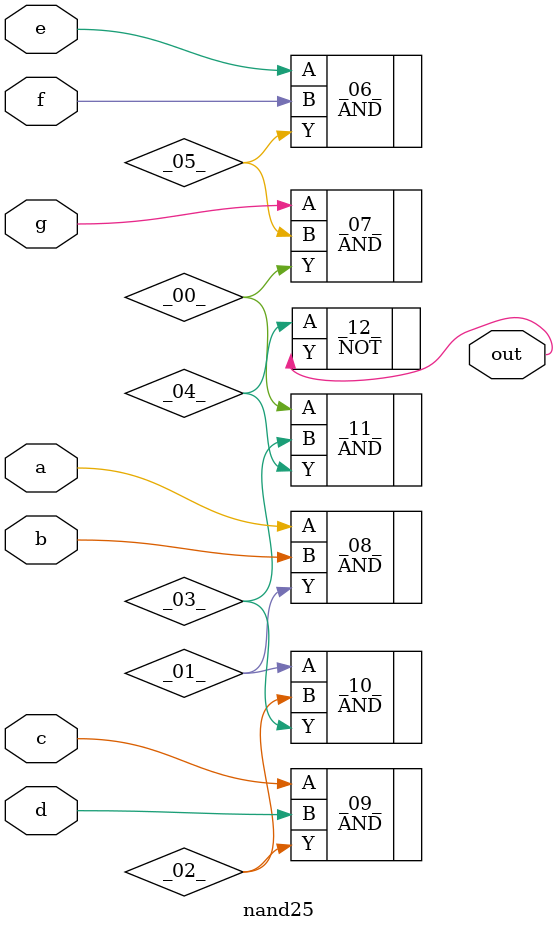
<source format=v>
/* Generated by Yosys 0.41+83 (git sha1 7045cf509, x86_64-w64-mingw32-g++ 13.2.1 -Os) */

/* cells_not_processed =  1  */
/* src = "nand25.v:3.1-16.10" */
module nand25(a, b, c, d, e, f, g, out);
  wire _00_;
  wire _01_;
  wire _02_;
  wire _03_;
  wire _04_;
  wire _05_;
  /* src = "nand25.v:4.9-4.10" */
  input a;
  wire a;
  /* src = "nand25.v:5.9-5.10" */
  input b;
  wire b;
  /* src = "nand25.v:6.9-6.10" */
  input c;
  wire c;
  /* src = "nand25.v:7.9-7.10" */
  input d;
  wire d;
  /* src = "nand25.v:8.9-8.10" */
  input e;
  wire e;
  /* src = "nand25.v:9.9-9.10" */
  input f;
  wire f;
  /* src = "nand25.v:10.9-10.10" */
  input g;
  wire g;
  /* src = "nand25.v:11.10-11.13" */
  output out;
  wire out;
  AND _06_ (
    .A(e),
    .B(f),
    .Y(_05_)
  );
  AND _07_ (
    .A(g),
    .B(_05_),
    .Y(_00_)
  );
  AND _08_ (
    .A(a),
    .B(b),
    .Y(_01_)
  );
  AND _09_ (
    .A(c),
    .B(d),
    .Y(_02_)
  );
  AND _10_ (
    .A(_01_),
    .B(_02_),
    .Y(_03_)
  );
  AND _11_ (
    .A(_00_),
    .B(_03_),
    .Y(_04_)
  );
  NOT _12_ (
    .A(_04_),
    .Y(out)
  );
endmodule

</source>
